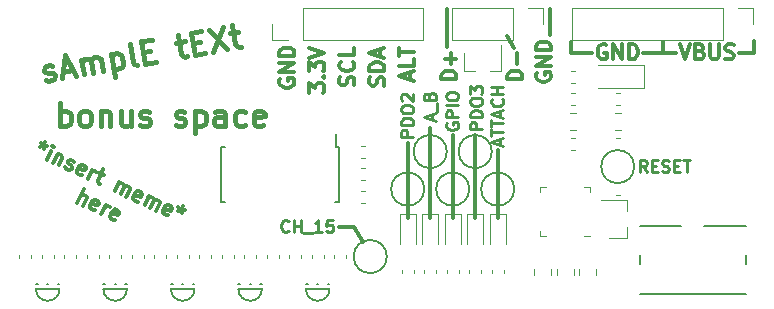
<source format=gbr>
G04 #@! TF.GenerationSoftware,KiCad,Pcbnew,(5.1.4)-1*
G04 #@! TF.CreationDate,2019-10-23T20:09:23-04:00*
G04 #@! TF.ProjectId,USB LED Daughterboard 0-2,55534220-4c45-4442-9044-617567687465,rev?*
G04 #@! TF.SameCoordinates,Original*
G04 #@! TF.FileFunction,Legend,Top*
G04 #@! TF.FilePolarity,Positive*
%FSLAX46Y46*%
G04 Gerber Fmt 4.6, Leading zero omitted, Abs format (unit mm)*
G04 Created by KiCad (PCBNEW (5.1.4)-1) date 2019-10-23 20:09:23*
%MOMM*%
%LPD*%
G04 APERTURE LIST*
%ADD10C,0.254000*%
%ADD11C,0.304800*%
%ADD12C,0.317500*%
%ADD13C,0.381000*%
%ADD14C,0.300000*%
%ADD15C,0.120000*%
%ADD16C,0.152400*%
%ADD17C,0.150000*%
%ADD18C,0.203200*%
G04 APERTURE END LIST*
D10*
X209471380Y-114759619D02*
X209132714Y-114275809D01*
X208890809Y-114759619D02*
X208890809Y-113743619D01*
X209277857Y-113743619D01*
X209374619Y-113792000D01*
X209423000Y-113840380D01*
X209471380Y-113937142D01*
X209471380Y-114082285D01*
X209423000Y-114179047D01*
X209374619Y-114227428D01*
X209277857Y-114275809D01*
X208890809Y-114275809D01*
X209906809Y-114227428D02*
X210245476Y-114227428D01*
X210390619Y-114759619D02*
X209906809Y-114759619D01*
X209906809Y-113743619D01*
X210390619Y-113743619D01*
X210777666Y-114711238D02*
X210922809Y-114759619D01*
X211164714Y-114759619D01*
X211261476Y-114711238D01*
X211309857Y-114662857D01*
X211358238Y-114566095D01*
X211358238Y-114469333D01*
X211309857Y-114372571D01*
X211261476Y-114324190D01*
X211164714Y-114275809D01*
X210971190Y-114227428D01*
X210874428Y-114179047D01*
X210826047Y-114130666D01*
X210777666Y-114033904D01*
X210777666Y-113937142D01*
X210826047Y-113840380D01*
X210874428Y-113792000D01*
X210971190Y-113743619D01*
X211213095Y-113743619D01*
X211358238Y-113792000D01*
X211793666Y-114227428D02*
X212132333Y-114227428D01*
X212277476Y-114759619D02*
X211793666Y-114759619D01*
X211793666Y-113743619D01*
X212277476Y-113743619D01*
X212567761Y-113743619D02*
X213148333Y-113743619D01*
X212858047Y-114759619D02*
X212858047Y-113743619D01*
D11*
X184658000Y-119380000D02*
X185420000Y-120650000D01*
X183388000Y-119380000D02*
X184658000Y-119380000D01*
D10*
X179148619Y-119742857D02*
X179100238Y-119791238D01*
X178955095Y-119839619D01*
X178858333Y-119839619D01*
X178713190Y-119791238D01*
X178616428Y-119694476D01*
X178568047Y-119597714D01*
X178519666Y-119404190D01*
X178519666Y-119259047D01*
X178568047Y-119065523D01*
X178616428Y-118968761D01*
X178713190Y-118872000D01*
X178858333Y-118823619D01*
X178955095Y-118823619D01*
X179100238Y-118872000D01*
X179148619Y-118920380D01*
X179584047Y-119839619D02*
X179584047Y-118823619D01*
X179584047Y-119307428D02*
X180164619Y-119307428D01*
X180164619Y-119839619D02*
X180164619Y-118823619D01*
X180406523Y-119936380D02*
X181180619Y-119936380D01*
X181954714Y-119839619D02*
X181374142Y-119839619D01*
X181664428Y-119839619D02*
X181664428Y-118823619D01*
X181567666Y-118968761D01*
X181470904Y-119065523D01*
X181374142Y-119113904D01*
X182873952Y-118823619D02*
X182390142Y-118823619D01*
X182341761Y-119307428D01*
X182390142Y-119259047D01*
X182486904Y-119210666D01*
X182728809Y-119210666D01*
X182825571Y-119259047D01*
X182873952Y-119307428D01*
X182922333Y-119404190D01*
X182922333Y-119646095D01*
X182873952Y-119742857D01*
X182825571Y-119791238D01*
X182728809Y-119839619D01*
X182486904Y-119839619D01*
X182390142Y-119791238D01*
X182341761Y-119742857D01*
D11*
X194945000Y-118618000D02*
X194945000Y-111630000D01*
X196850000Y-114681000D02*
X196850000Y-118618000D01*
X196850000Y-112903000D02*
X196850000Y-114681000D01*
X193040000Y-111633000D02*
X193040000Y-118618000D01*
X189230000Y-112268000D02*
X189230000Y-118618000D01*
X191135000Y-110998000D02*
X191135000Y-118618000D01*
D10*
X197019333Y-112473619D02*
X197019333Y-111989809D01*
X197309619Y-112570380D02*
X196293619Y-112231714D01*
X197309619Y-111893047D01*
X196293619Y-111699523D02*
X196293619Y-111118952D01*
X197309619Y-111409238D02*
X196293619Y-111409238D01*
X196293619Y-110925428D02*
X196293619Y-110344857D01*
X197309619Y-110635142D02*
X196293619Y-110635142D01*
X197019333Y-110054571D02*
X197019333Y-109570761D01*
X197309619Y-110151333D02*
X196293619Y-109812666D01*
X197309619Y-109474000D01*
X197212857Y-108554761D02*
X197261238Y-108603142D01*
X197309619Y-108748285D01*
X197309619Y-108845047D01*
X197261238Y-108990190D01*
X197164476Y-109086952D01*
X197067714Y-109135333D01*
X196874190Y-109183714D01*
X196729047Y-109183714D01*
X196535523Y-109135333D01*
X196438761Y-109086952D01*
X196342000Y-108990190D01*
X196293619Y-108845047D01*
X196293619Y-108748285D01*
X196342000Y-108603142D01*
X196390380Y-108554761D01*
X197309619Y-108119333D02*
X196293619Y-108119333D01*
X196777428Y-108119333D02*
X196777428Y-107538761D01*
X197309619Y-107538761D02*
X196293619Y-107538761D01*
X195531619Y-111137095D02*
X194515619Y-111137095D01*
X194515619Y-110750047D01*
X194564000Y-110653285D01*
X194612380Y-110604904D01*
X194709142Y-110556523D01*
X194854285Y-110556523D01*
X194951047Y-110604904D01*
X194999428Y-110653285D01*
X195047809Y-110750047D01*
X195047809Y-111137095D01*
X195531619Y-110121095D02*
X194515619Y-110121095D01*
X194515619Y-109879190D01*
X194564000Y-109734047D01*
X194660761Y-109637285D01*
X194757523Y-109588904D01*
X194951047Y-109540523D01*
X195096190Y-109540523D01*
X195289714Y-109588904D01*
X195386476Y-109637285D01*
X195483238Y-109734047D01*
X195531619Y-109879190D01*
X195531619Y-110121095D01*
X194515619Y-108911571D02*
X194515619Y-108718047D01*
X194564000Y-108621285D01*
X194660761Y-108524523D01*
X194854285Y-108476142D01*
X195192952Y-108476142D01*
X195386476Y-108524523D01*
X195483238Y-108621285D01*
X195531619Y-108718047D01*
X195531619Y-108911571D01*
X195483238Y-109008333D01*
X195386476Y-109105095D01*
X195192952Y-109153476D01*
X194854285Y-109153476D01*
X194660761Y-109105095D01*
X194564000Y-109008333D01*
X194515619Y-108911571D01*
X194515619Y-108137476D02*
X194515619Y-107508523D01*
X194902666Y-107847190D01*
X194902666Y-107702047D01*
X194951047Y-107605285D01*
X194999428Y-107556904D01*
X195096190Y-107508523D01*
X195338095Y-107508523D01*
X195434857Y-107556904D01*
X195483238Y-107605285D01*
X195531619Y-107702047D01*
X195531619Y-107992333D01*
X195483238Y-108089095D01*
X195434857Y-108137476D01*
X192532000Y-110617000D02*
X192483619Y-110713761D01*
X192483619Y-110858904D01*
X192532000Y-111004047D01*
X192628761Y-111100809D01*
X192725523Y-111149190D01*
X192919047Y-111197571D01*
X193064190Y-111197571D01*
X193257714Y-111149190D01*
X193354476Y-111100809D01*
X193451238Y-111004047D01*
X193499619Y-110858904D01*
X193499619Y-110762142D01*
X193451238Y-110617000D01*
X193402857Y-110568619D01*
X193064190Y-110568619D01*
X193064190Y-110762142D01*
X193499619Y-110133190D02*
X192483619Y-110133190D01*
X192483619Y-109746142D01*
X192532000Y-109649380D01*
X192580380Y-109601000D01*
X192677142Y-109552619D01*
X192822285Y-109552619D01*
X192919047Y-109601000D01*
X192967428Y-109649380D01*
X193015809Y-109746142D01*
X193015809Y-110133190D01*
X193499619Y-109117190D02*
X192483619Y-109117190D01*
X192483619Y-108439857D02*
X192483619Y-108246333D01*
X192532000Y-108149571D01*
X192628761Y-108052809D01*
X192822285Y-108004428D01*
X193160952Y-108004428D01*
X193354476Y-108052809D01*
X193451238Y-108149571D01*
X193499619Y-108246333D01*
X193499619Y-108439857D01*
X193451238Y-108536619D01*
X193354476Y-108633380D01*
X193160952Y-108681761D01*
X192822285Y-108681761D01*
X192628761Y-108633380D01*
X192532000Y-108536619D01*
X192483619Y-108439857D01*
X191304333Y-110356952D02*
X191304333Y-109873142D01*
X191594619Y-110453714D02*
X190578619Y-110115047D01*
X191594619Y-109776380D01*
X191691380Y-109679619D02*
X191691380Y-108905523D01*
X191062428Y-108324952D02*
X191110809Y-108179809D01*
X191159190Y-108131428D01*
X191255952Y-108083047D01*
X191401095Y-108083047D01*
X191497857Y-108131428D01*
X191546238Y-108179809D01*
X191594619Y-108276571D01*
X191594619Y-108663619D01*
X190578619Y-108663619D01*
X190578619Y-108324952D01*
X190627000Y-108228190D01*
X190675380Y-108179809D01*
X190772142Y-108131428D01*
X190868904Y-108131428D01*
X190965666Y-108179809D01*
X191014047Y-108228190D01*
X191062428Y-108324952D01*
X191062428Y-108663619D01*
X189689619Y-111772095D02*
X188673619Y-111772095D01*
X188673619Y-111385047D01*
X188722000Y-111288285D01*
X188770380Y-111239904D01*
X188867142Y-111191523D01*
X189012285Y-111191523D01*
X189109047Y-111239904D01*
X189157428Y-111288285D01*
X189205809Y-111385047D01*
X189205809Y-111772095D01*
X189689619Y-110756095D02*
X188673619Y-110756095D01*
X188673619Y-110514190D01*
X188722000Y-110369047D01*
X188818761Y-110272285D01*
X188915523Y-110223904D01*
X189109047Y-110175523D01*
X189254190Y-110175523D01*
X189447714Y-110223904D01*
X189544476Y-110272285D01*
X189641238Y-110369047D01*
X189689619Y-110514190D01*
X189689619Y-110756095D01*
X188673619Y-109546571D02*
X188673619Y-109353047D01*
X188722000Y-109256285D01*
X188818761Y-109159523D01*
X189012285Y-109111142D01*
X189350952Y-109111142D01*
X189544476Y-109159523D01*
X189641238Y-109256285D01*
X189689619Y-109353047D01*
X189689619Y-109546571D01*
X189641238Y-109643333D01*
X189544476Y-109740095D01*
X189350952Y-109788476D01*
X189012285Y-109788476D01*
X188818761Y-109740095D01*
X188722000Y-109643333D01*
X188673619Y-109546571D01*
X188770380Y-108724095D02*
X188722000Y-108675714D01*
X188673619Y-108578952D01*
X188673619Y-108337047D01*
X188722000Y-108240285D01*
X188770380Y-108191904D01*
X188867142Y-108143523D01*
X188963904Y-108143523D01*
X189109047Y-108191904D01*
X189689619Y-108772476D01*
X189689619Y-108143523D01*
D12*
X158502286Y-112226586D02*
X158374494Y-112500636D01*
X158151561Y-112263224D02*
X158374494Y-112500636D01*
X158699661Y-112518807D01*
X158107831Y-112643201D02*
X158374494Y-112500636D01*
X158436691Y-112796551D01*
X158678091Y-113709855D02*
X159035908Y-112942514D01*
X159214816Y-112558844D02*
X159134448Y-112588096D01*
X159163700Y-112668464D01*
X159244068Y-112639212D01*
X159214816Y-112558844D01*
X159163700Y-112668464D01*
X159584009Y-113198098D02*
X159226192Y-113965438D01*
X159532892Y-113307718D02*
X159613260Y-113278466D01*
X159748439Y-113274773D01*
X159912869Y-113351448D01*
X159996931Y-113457374D01*
X160000624Y-113592553D01*
X159719482Y-114195463D01*
X160238331Y-114370678D02*
X160322393Y-114476605D01*
X160541633Y-114578839D01*
X160676811Y-114575145D01*
X160782738Y-114491083D01*
X160808296Y-114436273D01*
X160804603Y-114301095D01*
X160720541Y-114195168D01*
X160556111Y-114118493D01*
X160472049Y-114012566D01*
X160468356Y-113877388D01*
X160493914Y-113822578D01*
X160599841Y-113738516D01*
X160735019Y-113734823D01*
X160899450Y-113811498D01*
X160983511Y-113917425D01*
X161663392Y-115035195D02*
X161528213Y-115038889D01*
X161308973Y-114936655D01*
X161224912Y-114830729D01*
X161221218Y-114695550D01*
X161425685Y-114257070D01*
X161531612Y-114173008D01*
X161666790Y-114169315D01*
X161886030Y-114271548D01*
X161970092Y-114377475D01*
X161973785Y-114512653D01*
X161922669Y-114622273D01*
X161323452Y-114476310D01*
X162185934Y-115345589D02*
X162543751Y-114578248D01*
X162441517Y-114797488D02*
X162547444Y-114713427D01*
X162627813Y-114684175D01*
X162762991Y-114680482D01*
X162872611Y-114731598D01*
X163091851Y-114833832D02*
X163530332Y-115038298D01*
X163435190Y-114526836D02*
X162975140Y-115513417D01*
X162978833Y-115648596D01*
X163062895Y-115754522D01*
X163172515Y-115805639D01*
X164433146Y-116393481D02*
X164790963Y-115626140D01*
X164739846Y-115735760D02*
X164820214Y-115706509D01*
X164955393Y-115702815D01*
X165119823Y-115779490D01*
X165203885Y-115885417D01*
X165207578Y-116020595D01*
X164926436Y-116623506D01*
X165207578Y-116020595D02*
X165313505Y-115936534D01*
X165448683Y-115932840D01*
X165613113Y-116009515D01*
X165697175Y-116115442D01*
X165700868Y-116250621D01*
X165419726Y-116853531D01*
X166431866Y-117258771D02*
X166296687Y-117262464D01*
X166077447Y-117160231D01*
X165993385Y-117054304D01*
X165989692Y-116919126D01*
X166194159Y-116480646D01*
X166300085Y-116396584D01*
X166435264Y-116392891D01*
X166654504Y-116495124D01*
X166738566Y-116601051D01*
X166742259Y-116736229D01*
X166691142Y-116845849D01*
X166091925Y-116699886D01*
X166954408Y-117569165D02*
X167312224Y-116801824D01*
X167261108Y-116911444D02*
X167341476Y-116882192D01*
X167476655Y-116878499D01*
X167641085Y-116955174D01*
X167725146Y-117061101D01*
X167728840Y-117196279D01*
X167447698Y-117799190D01*
X167728840Y-117196279D02*
X167834767Y-117112217D01*
X167969945Y-117108524D01*
X168134375Y-117185199D01*
X168218437Y-117291126D01*
X168222130Y-117426304D01*
X167940988Y-118029215D01*
X168953128Y-118434455D02*
X168817949Y-118438148D01*
X168598709Y-118335915D01*
X168514647Y-118229988D01*
X168510954Y-118094810D01*
X168715421Y-117656329D01*
X168821347Y-117572268D01*
X168956526Y-117568574D01*
X169175766Y-117670808D01*
X169259828Y-117776734D01*
X169263521Y-117911913D01*
X169212404Y-118021533D01*
X168613187Y-117875570D01*
X170176825Y-117670512D02*
X170049033Y-117944563D01*
X169826100Y-117707151D02*
X170049033Y-117944563D01*
X170374200Y-117962734D01*
X169782370Y-118087128D02*
X170049033Y-117944563D01*
X170111230Y-118240478D01*
X161274070Y-117372637D02*
X161810795Y-116221626D01*
X161767360Y-117602662D02*
X162048502Y-116999752D01*
X162044809Y-116864573D01*
X161960747Y-116758646D01*
X161796317Y-116681971D01*
X161661139Y-116685665D01*
X161580770Y-116714916D01*
X162779500Y-118007902D02*
X162644321Y-118011596D01*
X162425081Y-117909362D01*
X162341019Y-117803435D01*
X162337326Y-117668257D01*
X162541793Y-117229777D01*
X162647719Y-117145715D01*
X162782898Y-117142022D01*
X163002138Y-117244255D01*
X163086200Y-117350182D01*
X163089893Y-117485360D01*
X163038776Y-117594980D01*
X162439559Y-117449017D01*
X163302042Y-118318296D02*
X163659858Y-117550955D01*
X163557625Y-117770195D02*
X163663552Y-117686133D01*
X163743920Y-117656882D01*
X163879099Y-117653188D01*
X163988719Y-117704305D01*
X164478611Y-118800211D02*
X164343432Y-118803904D01*
X164124192Y-118701671D01*
X164040130Y-118595744D01*
X164036437Y-118460566D01*
X164240904Y-118022085D01*
X164346831Y-117938024D01*
X164482009Y-117934330D01*
X164701249Y-118036564D01*
X164785311Y-118142490D01*
X164789004Y-118277669D01*
X164737888Y-118387289D01*
X164138670Y-118241325D01*
D13*
X159784142Y-110843785D02*
X159784142Y-108938785D01*
X159784142Y-109664500D02*
X159965571Y-109573785D01*
X160328428Y-109573785D01*
X160509857Y-109664500D01*
X160600571Y-109755214D01*
X160691285Y-109936642D01*
X160691285Y-110480928D01*
X160600571Y-110662357D01*
X160509857Y-110753071D01*
X160328428Y-110843785D01*
X159965571Y-110843785D01*
X159784142Y-110753071D01*
X161779857Y-110843785D02*
X161598428Y-110753071D01*
X161507714Y-110662357D01*
X161417000Y-110480928D01*
X161417000Y-109936642D01*
X161507714Y-109755214D01*
X161598428Y-109664500D01*
X161779857Y-109573785D01*
X162052000Y-109573785D01*
X162233428Y-109664500D01*
X162324142Y-109755214D01*
X162414857Y-109936642D01*
X162414857Y-110480928D01*
X162324142Y-110662357D01*
X162233428Y-110753071D01*
X162052000Y-110843785D01*
X161779857Y-110843785D01*
X163231285Y-109573785D02*
X163231285Y-110843785D01*
X163231285Y-109755214D02*
X163322000Y-109664500D01*
X163503428Y-109573785D01*
X163775571Y-109573785D01*
X163957000Y-109664500D01*
X164047714Y-109845928D01*
X164047714Y-110843785D01*
X165771285Y-109573785D02*
X165771285Y-110843785D01*
X164954857Y-109573785D02*
X164954857Y-110571642D01*
X165045571Y-110753071D01*
X165227000Y-110843785D01*
X165499142Y-110843785D01*
X165680571Y-110753071D01*
X165771285Y-110662357D01*
X166587714Y-110753071D02*
X166769142Y-110843785D01*
X167132000Y-110843785D01*
X167313428Y-110753071D01*
X167404142Y-110571642D01*
X167404142Y-110480928D01*
X167313428Y-110299500D01*
X167132000Y-110208785D01*
X166859857Y-110208785D01*
X166678428Y-110118071D01*
X166587714Y-109936642D01*
X166587714Y-109845928D01*
X166678428Y-109664500D01*
X166859857Y-109573785D01*
X167132000Y-109573785D01*
X167313428Y-109664500D01*
X169581285Y-110753071D02*
X169762714Y-110843785D01*
X170125571Y-110843785D01*
X170307000Y-110753071D01*
X170397714Y-110571642D01*
X170397714Y-110480928D01*
X170307000Y-110299500D01*
X170125571Y-110208785D01*
X169853428Y-110208785D01*
X169672000Y-110118071D01*
X169581285Y-109936642D01*
X169581285Y-109845928D01*
X169672000Y-109664500D01*
X169853428Y-109573785D01*
X170125571Y-109573785D01*
X170307000Y-109664500D01*
X171214142Y-109573785D02*
X171214142Y-111478785D01*
X171214142Y-109664500D02*
X171395571Y-109573785D01*
X171758428Y-109573785D01*
X171939857Y-109664500D01*
X172030571Y-109755214D01*
X172121285Y-109936642D01*
X172121285Y-110480928D01*
X172030571Y-110662357D01*
X171939857Y-110753071D01*
X171758428Y-110843785D01*
X171395571Y-110843785D01*
X171214142Y-110753071D01*
X173754142Y-110843785D02*
X173754142Y-109845928D01*
X173663428Y-109664500D01*
X173482000Y-109573785D01*
X173119142Y-109573785D01*
X172937714Y-109664500D01*
X173754142Y-110753071D02*
X173572714Y-110843785D01*
X173119142Y-110843785D01*
X172937714Y-110753071D01*
X172847000Y-110571642D01*
X172847000Y-110390214D01*
X172937714Y-110208785D01*
X173119142Y-110118071D01*
X173572714Y-110118071D01*
X173754142Y-110027357D01*
X175477714Y-110753071D02*
X175296285Y-110843785D01*
X174933428Y-110843785D01*
X174752000Y-110753071D01*
X174661285Y-110662357D01*
X174570571Y-110480928D01*
X174570571Y-109936642D01*
X174661285Y-109755214D01*
X174752000Y-109664500D01*
X174933428Y-109573785D01*
X175296285Y-109573785D01*
X175477714Y-109664500D01*
X177019857Y-110753071D02*
X176838428Y-110843785D01*
X176475571Y-110843785D01*
X176294142Y-110753071D01*
X176203428Y-110571642D01*
X176203428Y-109845928D01*
X176294142Y-109664500D01*
X176475571Y-109573785D01*
X176838428Y-109573785D01*
X177019857Y-109664500D01*
X177110571Y-109845928D01*
X177110571Y-110027357D01*
X176203428Y-110208785D01*
X158583639Y-106975699D02*
X158778063Y-107033530D01*
X159135408Y-106970520D01*
X159298328Y-106849680D01*
X159356159Y-106655255D01*
X159340407Y-106565919D01*
X159219566Y-106402999D01*
X159025141Y-106345167D01*
X158757133Y-106392425D01*
X158562708Y-106334593D01*
X158441867Y-106171673D01*
X158426115Y-106082337D01*
X158483946Y-105887913D01*
X158646866Y-105767072D01*
X158914875Y-105719815D01*
X159109299Y-105777646D01*
X160023591Y-106261228D02*
X160916952Y-106103704D01*
X159939433Y-106828749D02*
X160233986Y-104842424D01*
X161190139Y-106608216D01*
X161815492Y-106497949D02*
X161594959Y-105247243D01*
X161626463Y-105425916D02*
X161700047Y-105320827D01*
X161862967Y-105199986D01*
X162130975Y-105152729D01*
X162325400Y-105210561D01*
X162446241Y-105373481D01*
X162619517Y-106356178D01*
X162446241Y-105373481D02*
X162504072Y-105179056D01*
X162666992Y-105058215D01*
X162935000Y-105010958D01*
X163129425Y-105068789D01*
X163250266Y-105231709D01*
X163423542Y-106214407D01*
X164096370Y-104806177D02*
X164427170Y-106682236D01*
X164112123Y-104895513D02*
X164275042Y-104774672D01*
X164632387Y-104711663D01*
X164826812Y-104769494D01*
X164931900Y-104843078D01*
X165052741Y-105005998D01*
X165147255Y-105542015D01*
X165089424Y-105736439D01*
X165015840Y-105841528D01*
X164852920Y-105962369D01*
X164495576Y-106025378D01*
X164301151Y-105967547D01*
X166282298Y-105710331D02*
X166087874Y-105652499D01*
X165967033Y-105489580D01*
X165683490Y-103881529D01*
X166823711Y-104601614D02*
X167449064Y-104491348D01*
X167890349Y-105426788D02*
X166996987Y-105584312D01*
X166666188Y-103708253D01*
X167559549Y-103550729D01*
X169635210Y-103829530D02*
X170349899Y-103703511D01*
X169792952Y-103156920D02*
X170076495Y-104764970D01*
X170197336Y-104927890D01*
X170391760Y-104985722D01*
X170570433Y-104954217D01*
X171022509Y-103861253D02*
X171647862Y-103750986D01*
X172089147Y-104686427D02*
X171195786Y-104843950D01*
X170864986Y-102967892D01*
X171758347Y-102810368D01*
X172383700Y-102700101D02*
X173965206Y-104355627D01*
X173634406Y-102479568D02*
X172714500Y-104576160D01*
X174191353Y-103026159D02*
X174906042Y-102900140D01*
X174349095Y-102353549D02*
X174632638Y-103961600D01*
X174753478Y-104124519D01*
X174947903Y-104182351D01*
X175126575Y-104150846D01*
D12*
X178435000Y-106885619D02*
X178374523Y-107006571D01*
X178374523Y-107188000D01*
X178435000Y-107369428D01*
X178555952Y-107490380D01*
X178676904Y-107550857D01*
X178918809Y-107611333D01*
X179100238Y-107611333D01*
X179342142Y-107550857D01*
X179463095Y-107490380D01*
X179584047Y-107369428D01*
X179644523Y-107188000D01*
X179644523Y-107067047D01*
X179584047Y-106885619D01*
X179523571Y-106825142D01*
X179100238Y-106825142D01*
X179100238Y-107067047D01*
X179644523Y-106280857D02*
X178374523Y-106280857D01*
X179644523Y-105555142D01*
X178374523Y-105555142D01*
X179644523Y-104950380D02*
X178374523Y-104950380D01*
X178374523Y-104648000D01*
X178435000Y-104466571D01*
X178555952Y-104345619D01*
X178676904Y-104285142D01*
X178918809Y-104224666D01*
X179100238Y-104224666D01*
X179342142Y-104285142D01*
X179463095Y-104345619D01*
X179584047Y-104466571D01*
X179644523Y-104648000D01*
X179644523Y-104950380D01*
X180914523Y-108046761D02*
X180914523Y-107260571D01*
X181398333Y-107683904D01*
X181398333Y-107502476D01*
X181458809Y-107381523D01*
X181519285Y-107321047D01*
X181640238Y-107260571D01*
X181942619Y-107260571D01*
X182063571Y-107321047D01*
X182124047Y-107381523D01*
X182184523Y-107502476D01*
X182184523Y-107865333D01*
X182124047Y-107986285D01*
X182063571Y-108046761D01*
X182063571Y-106716285D02*
X182124047Y-106655809D01*
X182184523Y-106716285D01*
X182124047Y-106776761D01*
X182063571Y-106716285D01*
X182184523Y-106716285D01*
X180914523Y-106232476D02*
X180914523Y-105446285D01*
X181398333Y-105869619D01*
X181398333Y-105688190D01*
X181458809Y-105567238D01*
X181519285Y-105506761D01*
X181640238Y-105446285D01*
X181942619Y-105446285D01*
X182063571Y-105506761D01*
X182124047Y-105567238D01*
X182184523Y-105688190D01*
X182184523Y-106051047D01*
X182124047Y-106172000D01*
X182063571Y-106232476D01*
X180914523Y-105083428D02*
X182184523Y-104660095D01*
X180914523Y-104236761D01*
X184664047Y-107429904D02*
X184724523Y-107248476D01*
X184724523Y-106946095D01*
X184664047Y-106825142D01*
X184603571Y-106764666D01*
X184482619Y-106704190D01*
X184361666Y-106704190D01*
X184240714Y-106764666D01*
X184180238Y-106825142D01*
X184119761Y-106946095D01*
X184059285Y-107188000D01*
X183998809Y-107308952D01*
X183938333Y-107369428D01*
X183817380Y-107429904D01*
X183696428Y-107429904D01*
X183575476Y-107369428D01*
X183515000Y-107308952D01*
X183454523Y-107188000D01*
X183454523Y-106885619D01*
X183515000Y-106704190D01*
X184603571Y-105434190D02*
X184664047Y-105494666D01*
X184724523Y-105676095D01*
X184724523Y-105797047D01*
X184664047Y-105978476D01*
X184543095Y-106099428D01*
X184422142Y-106159904D01*
X184180238Y-106220380D01*
X183998809Y-106220380D01*
X183756904Y-106159904D01*
X183635952Y-106099428D01*
X183515000Y-105978476D01*
X183454523Y-105797047D01*
X183454523Y-105676095D01*
X183515000Y-105494666D01*
X183575476Y-105434190D01*
X184724523Y-104285142D02*
X184724523Y-104889904D01*
X183454523Y-104889904D01*
X187204047Y-107460142D02*
X187264523Y-107278714D01*
X187264523Y-106976333D01*
X187204047Y-106855380D01*
X187143571Y-106794904D01*
X187022619Y-106734428D01*
X186901666Y-106734428D01*
X186780714Y-106794904D01*
X186720238Y-106855380D01*
X186659761Y-106976333D01*
X186599285Y-107218238D01*
X186538809Y-107339190D01*
X186478333Y-107399666D01*
X186357380Y-107460142D01*
X186236428Y-107460142D01*
X186115476Y-107399666D01*
X186055000Y-107339190D01*
X185994523Y-107218238D01*
X185994523Y-106915857D01*
X186055000Y-106734428D01*
X187264523Y-106190142D02*
X185994523Y-106190142D01*
X185994523Y-105887761D01*
X186055000Y-105706333D01*
X186175952Y-105585380D01*
X186296904Y-105524904D01*
X186538809Y-105464428D01*
X186720238Y-105464428D01*
X186962142Y-105524904D01*
X187083095Y-105585380D01*
X187204047Y-105706333D01*
X187264523Y-105887761D01*
X187264523Y-106190142D01*
X186901666Y-104980619D02*
X186901666Y-104375857D01*
X187264523Y-105101571D02*
X185994523Y-104678238D01*
X187264523Y-104254904D01*
X189441666Y-106964238D02*
X189441666Y-106359476D01*
X189804523Y-107085190D02*
X188534523Y-106661857D01*
X189804523Y-106238523D01*
X189804523Y-105210428D02*
X189804523Y-105815190D01*
X188534523Y-105815190D01*
X188534523Y-104968523D02*
X188534523Y-104242809D01*
X189804523Y-104605666D02*
X188534523Y-104605666D01*
D11*
X192532000Y-100965000D02*
X192532000Y-104140000D01*
X201295000Y-100965000D02*
X201295000Y-103124000D01*
X198247000Y-104267000D02*
X197612000Y-103251000D01*
D12*
X193360523Y-106909809D02*
X192090523Y-106909809D01*
X192090523Y-106607428D01*
X192151000Y-106426000D01*
X192271952Y-106305047D01*
X192392904Y-106244571D01*
X192634809Y-106184095D01*
X192816238Y-106184095D01*
X193058142Y-106244571D01*
X193179095Y-106305047D01*
X193300047Y-106426000D01*
X193360523Y-106607428D01*
X193360523Y-106909809D01*
X192876714Y-105639809D02*
X192876714Y-104672190D01*
X193360523Y-105156000D02*
X192392904Y-105156000D01*
X198948523Y-106909809D02*
X197678523Y-106909809D01*
X197678523Y-106607428D01*
X197739000Y-106426000D01*
X197859952Y-106305047D01*
X197980904Y-106244571D01*
X198222809Y-106184095D01*
X198404238Y-106184095D01*
X198646142Y-106244571D01*
X198767095Y-106305047D01*
X198888047Y-106426000D01*
X198948523Y-106607428D01*
X198948523Y-106909809D01*
X198464714Y-105639809D02*
X198464714Y-104672190D01*
X200152000Y-106377619D02*
X200091523Y-106498571D01*
X200091523Y-106680000D01*
X200152000Y-106861428D01*
X200272952Y-106982380D01*
X200393904Y-107042857D01*
X200635809Y-107103333D01*
X200817238Y-107103333D01*
X201059142Y-107042857D01*
X201180095Y-106982380D01*
X201301047Y-106861428D01*
X201361523Y-106680000D01*
X201361523Y-106559047D01*
X201301047Y-106377619D01*
X201240571Y-106317142D01*
X200817238Y-106317142D01*
X200817238Y-106559047D01*
X201361523Y-105772857D02*
X200091523Y-105772857D01*
X201361523Y-105047142D01*
X200091523Y-105047142D01*
X201361523Y-104442380D02*
X200091523Y-104442380D01*
X200091523Y-104140000D01*
X200152000Y-103958571D01*
X200272952Y-103837619D01*
X200393904Y-103777142D01*
X200635809Y-103716666D01*
X200817238Y-103716666D01*
X201059142Y-103777142D01*
X201180095Y-103837619D01*
X201301047Y-103958571D01*
X201361523Y-104140000D01*
X201361523Y-104442380D01*
D11*
X203073000Y-103886000D02*
X203073000Y-103759000D01*
X203073000Y-104648000D02*
X203073000Y-103886000D01*
X204851000Y-104648000D02*
X203073000Y-104648000D01*
X209169000Y-104648000D02*
X210820000Y-104648000D01*
X218567000Y-104648000D02*
X218567000Y-103632000D01*
X217297000Y-104648000D02*
X218567000Y-104648000D01*
X210820000Y-104648000D02*
X211963000Y-104648000D01*
X210820000Y-103759000D02*
X210820000Y-104648000D01*
D12*
X206042380Y-104013000D02*
X205921428Y-103952523D01*
X205740000Y-103952523D01*
X205558571Y-104013000D01*
X205437619Y-104133952D01*
X205377142Y-104254904D01*
X205316666Y-104496809D01*
X205316666Y-104678238D01*
X205377142Y-104920142D01*
X205437619Y-105041095D01*
X205558571Y-105162047D01*
X205740000Y-105222523D01*
X205860952Y-105222523D01*
X206042380Y-105162047D01*
X206102857Y-105101571D01*
X206102857Y-104678238D01*
X205860952Y-104678238D01*
X206647142Y-105222523D02*
X206647142Y-103952523D01*
X207372857Y-105222523D01*
X207372857Y-103952523D01*
X207977619Y-105222523D02*
X207977619Y-103952523D01*
X208280000Y-103952523D01*
X208461428Y-104013000D01*
X208582380Y-104133952D01*
X208642857Y-104254904D01*
X208703333Y-104496809D01*
X208703333Y-104678238D01*
X208642857Y-104920142D01*
X208582380Y-105041095D01*
X208461428Y-105162047D01*
X208280000Y-105222523D01*
X207977619Y-105222523D01*
D14*
X212301666Y-103952523D02*
X212725000Y-105222523D01*
X213148333Y-103952523D01*
X213995000Y-104557285D02*
X214176428Y-104617761D01*
X214236904Y-104678238D01*
X214297380Y-104799190D01*
X214297380Y-104980619D01*
X214236904Y-105101571D01*
X214176428Y-105162047D01*
X214055476Y-105222523D01*
X213571666Y-105222523D01*
X213571666Y-103952523D01*
X213995000Y-103952523D01*
X214115952Y-104013000D01*
X214176428Y-104073476D01*
X214236904Y-104194428D01*
X214236904Y-104315380D01*
X214176428Y-104436333D01*
X214115952Y-104496809D01*
X213995000Y-104557285D01*
X213571666Y-104557285D01*
X214841666Y-103952523D02*
X214841666Y-104980619D01*
X214902142Y-105101571D01*
X214962619Y-105162047D01*
X215083571Y-105222523D01*
X215325476Y-105222523D01*
X215446428Y-105162047D01*
X215506904Y-105101571D01*
X215567380Y-104980619D01*
X215567380Y-103952523D01*
X216111666Y-105162047D02*
X216293095Y-105222523D01*
X216595476Y-105222523D01*
X216716428Y-105162047D01*
X216776904Y-105101571D01*
X216837380Y-104980619D01*
X216837380Y-104859666D01*
X216776904Y-104738714D01*
X216716428Y-104678238D01*
X216595476Y-104617761D01*
X216353571Y-104557285D01*
X216232619Y-104496809D01*
X216172142Y-104436333D01*
X216111666Y-104315380D01*
X216111666Y-104194428D01*
X216172142Y-104073476D01*
X216232619Y-104013000D01*
X216353571Y-103952523D01*
X216655952Y-103952523D01*
X216837380Y-104013000D01*
D15*
G04 #@! TO.C,J4*
X177740000Y-103565000D02*
X177740000Y-102235000D01*
X179070000Y-103565000D02*
X177740000Y-103565000D01*
X180340000Y-103565000D02*
X180340000Y-100905000D01*
X180340000Y-100905000D02*
X190560000Y-100905000D01*
X180340000Y-103565000D02*
X190560000Y-103565000D01*
X190560000Y-103565000D02*
X190560000Y-100905000D01*
G04 #@! TO.C,J3*
X218500000Y-100905000D02*
X218500000Y-102235000D01*
X217170000Y-100905000D02*
X218500000Y-100905000D01*
X215900000Y-100905000D02*
X215900000Y-103565000D01*
X215900000Y-103565000D02*
X203140000Y-103565000D01*
X215900000Y-100905000D02*
X203140000Y-100905000D01*
X203140000Y-100905000D02*
X203140000Y-103565000D01*
G04 #@! TO.C,J2*
X200720000Y-100905000D02*
X200720000Y-102235000D01*
X199390000Y-100905000D02*
X200720000Y-100905000D01*
X198120000Y-100905000D02*
X198120000Y-103565000D01*
X198120000Y-103565000D02*
X192980000Y-103565000D01*
X198120000Y-100905000D02*
X192980000Y-100905000D01*
X192980000Y-100905000D02*
X192980000Y-103565000D01*
D16*
G04 #@! TO.C,D12*
X174895000Y-124260000D02*
X175045000Y-124260000D01*
X175845000Y-124260000D02*
X175945000Y-124260000D01*
X176745000Y-124260000D02*
X176895000Y-124260000D01*
X176895000Y-124660000D02*
X174895000Y-124660000D01*
X176895000Y-124660000D02*
G75*
G02X174895000Y-124660000I-1000000J0D01*
G01*
D17*
G04 #@! TO.C,TP6*
X208410000Y-114300000D02*
G75*
G03X208410000Y-114300000I-1400000J0D01*
G01*
G04 #@! TO.C,U2*
X183185000Y-112610000D02*
X183185000Y-111535000D01*
X173460000Y-112610000D02*
X173460000Y-117260000D01*
X183410000Y-112610000D02*
X183410000Y-117260000D01*
X173460000Y-112610000D02*
X173785000Y-112610000D01*
X173460000Y-117260000D02*
X173785000Y-117260000D01*
X183410000Y-117260000D02*
X183085000Y-117260000D01*
X183410000Y-112610000D02*
X183185000Y-112610000D01*
D15*
G04 #@! TO.C,U1*
X204200000Y-120220000D02*
X204675000Y-120220000D01*
X200455000Y-116000000D02*
X200455000Y-116475000D01*
X200930000Y-116000000D02*
X200455000Y-116000000D01*
X204675000Y-116000000D02*
X204675000Y-116475000D01*
X204200000Y-116000000D02*
X204675000Y-116000000D01*
X200455000Y-120220000D02*
X200455000Y-119745000D01*
X200930000Y-120220000D02*
X200455000Y-120220000D01*
D17*
G04 #@! TO.C,TP7*
X187455000Y-121920000D02*
G75*
G03X187455000Y-121920000I-1400000J0D01*
G01*
G04 #@! TO.C,TP5*
X198250000Y-116205000D02*
G75*
G03X198250000Y-116205000I-1400000J0D01*
G01*
G04 #@! TO.C,TP4*
X192535000Y-113030000D02*
G75*
G03X192535000Y-113030000I-1400000J0D01*
G01*
G04 #@! TO.C,TP3*
X194440000Y-116205000D02*
G75*
G03X194440000Y-116205000I-1400000J0D01*
G01*
G04 #@! TO.C,TP2*
X190630000Y-116205000D02*
G75*
G03X190630000Y-116205000I-1400000J0D01*
G01*
G04 #@! TO.C,TP1*
X196345000Y-113030000D02*
G75*
G03X196345000Y-113030000I-1400000J0D01*
G01*
D15*
G04 #@! TO.C,R28*
X184025000Y-122082779D02*
X184025000Y-121757221D01*
X183005000Y-122082779D02*
X183005000Y-121757221D01*
G04 #@! TO.C,R27*
X182120000Y-122082779D02*
X182120000Y-121757221D01*
X181100000Y-122082779D02*
X181100000Y-121757221D01*
G04 #@! TO.C,R26*
X180215000Y-122082779D02*
X180215000Y-121757221D01*
X179195000Y-122082779D02*
X179195000Y-121757221D01*
G04 #@! TO.C,R25*
X178310000Y-122082779D02*
X178310000Y-121757221D01*
X177290000Y-122082779D02*
X177290000Y-121757221D01*
G04 #@! TO.C,R24*
X176405000Y-122082779D02*
X176405000Y-121757221D01*
X175385000Y-122082779D02*
X175385000Y-121757221D01*
G04 #@! TO.C,R23*
X174500000Y-122082779D02*
X174500000Y-121757221D01*
X173480000Y-122082779D02*
X173480000Y-121757221D01*
G04 #@! TO.C,R22*
X157355000Y-122082779D02*
X157355000Y-121757221D01*
X156335000Y-122082779D02*
X156335000Y-121757221D01*
G04 #@! TO.C,R21*
X159260000Y-122082779D02*
X159260000Y-121757221D01*
X158240000Y-122082779D02*
X158240000Y-121757221D01*
G04 #@! TO.C,R20*
X161165000Y-122082779D02*
X161165000Y-121757221D01*
X160145000Y-122082779D02*
X160145000Y-121757221D01*
G04 #@! TO.C,R19*
X163070000Y-122082779D02*
X163070000Y-121757221D01*
X162050000Y-122082779D02*
X162050000Y-121757221D01*
G04 #@! TO.C,R18*
X164975000Y-122082779D02*
X164975000Y-121757221D01*
X163955000Y-122082779D02*
X163955000Y-121757221D01*
G04 #@! TO.C,R17*
X166880000Y-122082779D02*
X166880000Y-121757221D01*
X165860000Y-122082779D02*
X165860000Y-121757221D01*
G04 #@! TO.C,R16*
X168785000Y-122082779D02*
X168785000Y-121757221D01*
X167765000Y-122082779D02*
X167765000Y-121757221D01*
G04 #@! TO.C,R15*
X170690000Y-122082779D02*
X170690000Y-121757221D01*
X169670000Y-122082779D02*
X169670000Y-121757221D01*
G04 #@! TO.C,R14*
X172595000Y-122082779D02*
X172595000Y-121757221D01*
X171575000Y-122082779D02*
X171575000Y-121757221D01*
G04 #@! TO.C,R13*
X185582779Y-114425000D02*
X185257221Y-114425000D01*
X185582779Y-115445000D02*
X185257221Y-115445000D01*
G04 #@! TO.C,R12*
X185257221Y-113540000D02*
X185582779Y-113540000D01*
X185257221Y-112520000D02*
X185582779Y-112520000D01*
G04 #@! TO.C,R11*
X203362779Y-106170000D02*
X203037221Y-106170000D01*
X203362779Y-107190000D02*
X203037221Y-107190000D01*
G04 #@! TO.C,R10*
X206847221Y-116715000D02*
X207172779Y-116715000D01*
X206847221Y-115695000D02*
X207172779Y-115695000D01*
G04 #@! TO.C,R9*
X203037221Y-109095000D02*
X203362779Y-109095000D01*
X203037221Y-108075000D02*
X203362779Y-108075000D01*
G04 #@! TO.C,R8*
X193550000Y-123352779D02*
X193550000Y-123027221D01*
X192530000Y-123352779D02*
X192530000Y-123027221D01*
G04 #@! TO.C,R7*
X197360000Y-123352779D02*
X197360000Y-123027221D01*
X196340000Y-123352779D02*
X196340000Y-123027221D01*
G04 #@! TO.C,R6*
X191645000Y-123352779D02*
X191645000Y-123027221D01*
X190625000Y-123352779D02*
X190625000Y-123027221D01*
G04 #@! TO.C,R5*
X189740000Y-123352779D02*
X189740000Y-123027221D01*
X188720000Y-123352779D02*
X188720000Y-123027221D01*
G04 #@! TO.C,R4*
X195455000Y-123352779D02*
X195455000Y-123027221D01*
X194435000Y-123352779D02*
X194435000Y-123027221D01*
G04 #@! TO.C,R3*
X207172779Y-108075000D02*
X206847221Y-108075000D01*
X207172779Y-109095000D02*
X206847221Y-109095000D01*
G04 #@! TO.C,R2*
X203037221Y-112905000D02*
X203362779Y-112905000D01*
X203037221Y-111885000D02*
X203362779Y-111885000D01*
G04 #@! TO.C,R1*
X206847221Y-112905000D02*
X207172779Y-112905000D01*
X206847221Y-111885000D02*
X207172779Y-111885000D01*
D18*
G04 #@! TO.C,J1*
X217860000Y-125075000D02*
X208860000Y-125075000D01*
X217860000Y-122575000D02*
X217860000Y-121825000D01*
X208860000Y-122575000D02*
X208860000Y-121825000D01*
X208860000Y-119325000D02*
X212360000Y-119325000D01*
X214360000Y-119325000D02*
X217860000Y-119325000D01*
D16*
G04 #@! TO.C,D13*
X180610000Y-124260000D02*
X180760000Y-124260000D01*
X181560000Y-124260000D02*
X181660000Y-124260000D01*
X182460000Y-124260000D02*
X182610000Y-124260000D01*
X182610000Y-124660000D02*
X180610000Y-124660000D01*
X182610000Y-124660000D02*
G75*
G02X180610000Y-124660000I-1000000J0D01*
G01*
G04 #@! TO.C,D11*
X157750000Y-124260000D02*
X157900000Y-124260000D01*
X158700000Y-124260000D02*
X158800000Y-124260000D01*
X159600000Y-124260000D02*
X159750000Y-124260000D01*
X159750000Y-124660000D02*
X157750000Y-124660000D01*
X159750000Y-124660000D02*
G75*
G02X157750000Y-124660000I-1000000J0D01*
G01*
G04 #@! TO.C,D10*
X163465000Y-124260000D02*
X163615000Y-124260000D01*
X164415000Y-124260000D02*
X164515000Y-124260000D01*
X165315000Y-124260000D02*
X165465000Y-124260000D01*
X165465000Y-124660000D02*
X163465000Y-124660000D01*
X165465000Y-124660000D02*
G75*
G02X163465000Y-124660000I-1000000J0D01*
G01*
G04 #@! TO.C,D9*
X169180000Y-124260000D02*
X169330000Y-124260000D01*
X170130000Y-124260000D02*
X170230000Y-124260000D01*
X171030000Y-124260000D02*
X171180000Y-124260000D01*
X171180000Y-124660000D02*
X169180000Y-124660000D01*
X171180000Y-124660000D02*
G75*
G02X169180000Y-124660000I-1000000J0D01*
G01*
D15*
G04 #@! TO.C,D8*
X209260000Y-107680000D02*
X205360000Y-107680000D01*
X209260000Y-105680000D02*
X205360000Y-105680000D01*
X209260000Y-107680000D02*
X209260000Y-105680000D01*
G04 #@! TO.C,D7*
X192355000Y-118330000D02*
X192355000Y-120815000D01*
X193725000Y-118330000D02*
X192355000Y-118330000D01*
X193725000Y-120815000D02*
X193725000Y-118330000D01*
G04 #@! TO.C,D6*
X196165000Y-118330000D02*
X196165000Y-120815000D01*
X197535000Y-118330000D02*
X196165000Y-118330000D01*
X197535000Y-120815000D02*
X197535000Y-118330000D01*
G04 #@! TO.C,D5*
X190450000Y-118330000D02*
X190450000Y-120815000D01*
X191820000Y-118330000D02*
X190450000Y-118330000D01*
X191820000Y-120815000D02*
X191820000Y-118330000D01*
G04 #@! TO.C,D4*
X188545000Y-118330000D02*
X188545000Y-120815000D01*
X189915000Y-118330000D02*
X188545000Y-118330000D01*
X189915000Y-120815000D02*
X189915000Y-118330000D01*
G04 #@! TO.C,D3*
X194260000Y-118330000D02*
X194260000Y-120815000D01*
X195630000Y-118330000D02*
X194260000Y-118330000D01*
X195630000Y-120815000D02*
X195630000Y-118330000D01*
G04 #@! TO.C,D2*
X207770000Y-120325000D02*
X206310000Y-120325000D01*
X207770000Y-117165000D02*
X205610000Y-117165000D01*
X207770000Y-117165000D02*
X207770000Y-118095000D01*
X207770000Y-120325000D02*
X207770000Y-119395000D01*
G04 #@! TO.C,D1*
X194000000Y-106170000D02*
X194000000Y-104710000D01*
X197160000Y-106170000D02*
X197160000Y-104010000D01*
X197160000Y-106170000D02*
X196230000Y-106170000D01*
X194000000Y-106170000D02*
X194930000Y-106170000D01*
G04 #@! TO.C,C6*
X185257221Y-117350000D02*
X185582779Y-117350000D01*
X185257221Y-116330000D02*
X185582779Y-116330000D01*
G04 #@! TO.C,C5*
X203275000Y-123448578D02*
X203275000Y-122931422D01*
X201855000Y-123448578D02*
X201855000Y-122931422D01*
G04 #@! TO.C,C4*
X203458578Y-109780000D02*
X202941422Y-109780000D01*
X203458578Y-111200000D02*
X202941422Y-111200000D01*
G04 #@! TO.C,C3*
X201370000Y-123448578D02*
X201370000Y-122931422D01*
X199950000Y-123448578D02*
X199950000Y-122931422D01*
G04 #@! TO.C,C2*
X206751422Y-111200000D02*
X207268578Y-111200000D01*
X206751422Y-109780000D02*
X207268578Y-109780000D01*
G04 #@! TO.C,C1*
X205180000Y-123448578D02*
X205180000Y-122931422D01*
X203760000Y-123448578D02*
X203760000Y-122931422D01*
G04 #@! TD*
M02*

</source>
